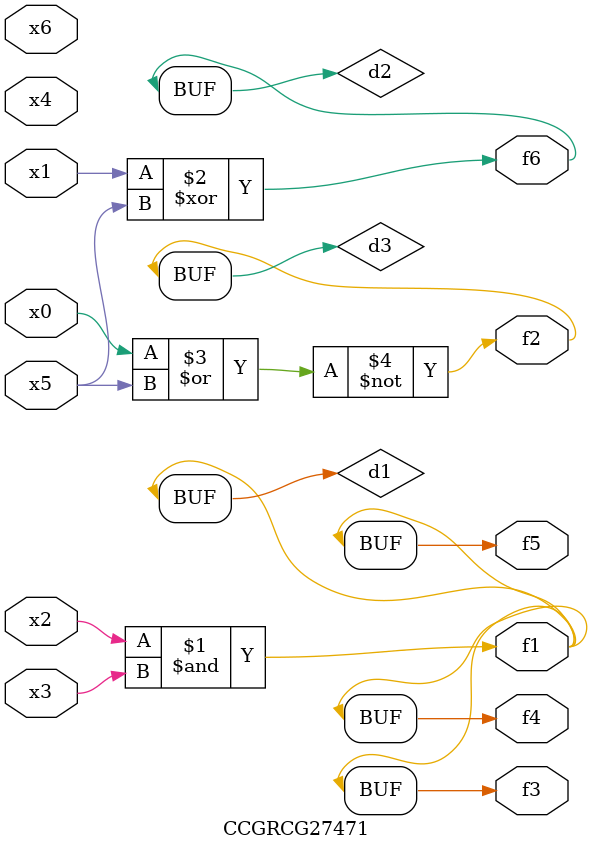
<source format=v>
module CCGRCG27471(
	input x0, x1, x2, x3, x4, x5, x6,
	output f1, f2, f3, f4, f5, f6
);

	wire d1, d2, d3;

	and (d1, x2, x3);
	xor (d2, x1, x5);
	nor (d3, x0, x5);
	assign f1 = d1;
	assign f2 = d3;
	assign f3 = d1;
	assign f4 = d1;
	assign f5 = d1;
	assign f6 = d2;
endmodule

</source>
